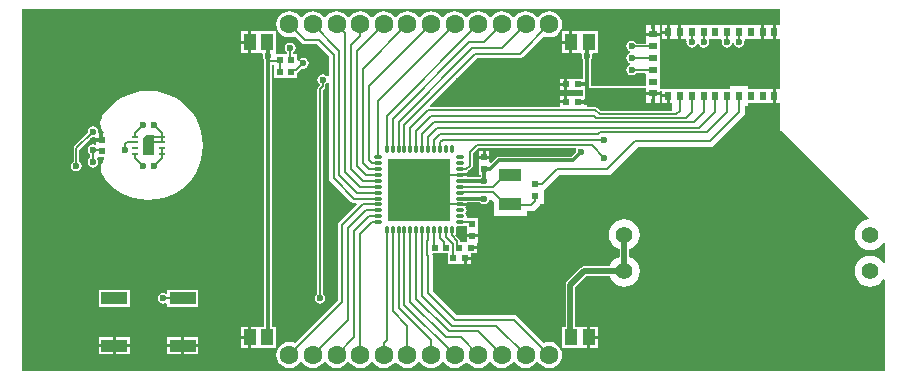
<source format=gtl>
G04 Layer_Physical_Order=1*
G04 Layer_Color=255*
%FSLAX25Y25*%
%MOIN*%
G70*
G01*
G75*
%ADD10R,0.03150X0.02362*%
%ADD11R,0.02362X0.03150*%
%ADD12R,0.04331X0.05512*%
%ADD13R,0.08661X0.03937*%
%ADD14R,0.02264X0.01969*%
%ADD15R,0.01969X0.02362*%
%ADD16R,0.02165X0.00984*%
%ADD17C,0.00787*%
%ADD18R,0.02362X0.02362*%
%ADD19R,0.07480X0.04331*%
%ADD20O,0.01181X0.02756*%
%ADD21O,0.02756X0.01181*%
%ADD22R,0.20866X0.20866*%
%ADD23R,0.02362X0.01969*%
%ADD24C,0.70079*%
%ADD25C,0.00591*%
%ADD26C,0.01969*%
%ADD27C,0.00984*%
%ADD28C,0.01181*%
%ADD29C,0.00787*%
%ADD30C,0.05512*%
%ADD31C,0.06299*%
%ADD32C,0.02362*%
%ADD33C,0.02598*%
G36*
X254724Y117124D02*
X253256D01*
Y114762D01*
Y112400D01*
X254724D01*
Y95865D01*
X253256D01*
Y93502D01*
Y91140D01*
X254724D01*
Y82282D01*
X284207Y52799D01*
X284046Y52326D01*
X283310Y52229D01*
X282065Y51713D01*
X280995Y50893D01*
X280175Y49824D01*
X279659Y48579D01*
X279483Y47243D01*
X279659Y45906D01*
X280175Y44661D01*
X280995Y43592D01*
X282065Y42772D01*
X283310Y42256D01*
X284646Y42080D01*
X285982Y42256D01*
X287227Y42772D01*
X288296Y43592D01*
X289032Y44552D01*
X289532Y44429D01*
Y37852D01*
X289032Y37729D01*
X288296Y38688D01*
X287227Y39509D01*
X285982Y40024D01*
X284646Y40200D01*
X283310Y40024D01*
X282065Y39509D01*
X280995Y38688D01*
X280175Y37619D01*
X279659Y36374D01*
X279483Y35038D01*
X279659Y33702D01*
X280175Y32457D01*
X280995Y31387D01*
X282065Y30567D01*
X283310Y30051D01*
X284646Y29875D01*
X285982Y30051D01*
X287227Y30567D01*
X288296Y31387D01*
X289032Y32347D01*
X289532Y32224D01*
Y1805D01*
X1806D01*
Y122601D01*
X254724D01*
Y117124D01*
D02*
G37*
%LPC*%
G36*
X191342Y16535D02*
Y13492D01*
X193795D01*
Y16535D01*
X191342D01*
D02*
G37*
G36*
X37796Y28738D02*
X27560D01*
Y23226D01*
X37796D01*
Y28738D01*
D02*
G37*
G36*
X60631Y12990D02*
X56013D01*
Y10734D01*
X60631D01*
Y12990D01*
D02*
G37*
G36*
X77350Y16535D02*
X74897D01*
Y13492D01*
X77350D01*
Y16535D01*
D02*
G37*
G36*
X60631Y28738D02*
X50394D01*
Y27729D01*
X49894Y27462D01*
X49609Y27653D01*
X48917Y27791D01*
X48226Y27653D01*
X47640Y27261D01*
X47249Y26676D01*
X47111Y25984D01*
X47249Y25293D01*
X47640Y24707D01*
X48226Y24315D01*
X48917Y24178D01*
X49609Y24315D01*
X49894Y24506D01*
X50394Y24239D01*
Y23226D01*
X60631D01*
Y28738D01*
D02*
G37*
G36*
X25591Y83301D02*
X24899Y83163D01*
X24313Y82772D01*
X23922Y82186D01*
X23784Y81494D01*
X23872Y81053D01*
X19440Y76621D01*
X19244Y76328D01*
X19176Y75983D01*
Y71703D01*
X18801Y71453D01*
X18410Y70867D01*
X18272Y70176D01*
X18410Y69484D01*
X18801Y68898D01*
X19387Y68507D01*
X20079Y68369D01*
X20770Y68507D01*
X21356Y68898D01*
X21748Y69484D01*
X21885Y70176D01*
X21748Y70867D01*
X21356Y71453D01*
X20982Y71703D01*
Y75609D01*
X25149Y79776D01*
X25591Y79688D01*
X26173Y79804D01*
X26673Y79532D01*
Y79437D01*
X27945D01*
Y80905D01*
X27674D01*
X27357Y81292D01*
X27397Y81494D01*
X27259Y82186D01*
X26868Y82772D01*
X26282Y83163D01*
X25591Y83301D01*
D02*
G37*
G36*
X44093Y95118D02*
X41724Y94962D01*
X39396Y94499D01*
X37148Y93736D01*
X35018Y92686D01*
X33044Y91367D01*
X31260Y89802D01*
X29694Y88017D01*
X28762Y86621D01*
X28752Y86628D01*
X28649Y86494D01*
X28525Y86193D01*
X28213Y85441D01*
X28064Y84311D01*
X28213Y83180D01*
X28649Y82126D01*
X29203Y81406D01*
X28967Y80905D01*
X28945D01*
Y78937D01*
X28445D01*
Y78437D01*
X26673D01*
Y77501D01*
X26532Y77378D01*
X26173Y77183D01*
X25591Y77298D01*
X24899Y77161D01*
X24313Y76769D01*
X23922Y76183D01*
X23784Y75492D01*
X23922Y74801D01*
X24313Y74215D01*
X24587Y74032D01*
Y72817D01*
X24313Y72634D01*
X23922Y72048D01*
X23784Y71357D01*
X23922Y70665D01*
X24313Y70079D01*
X24899Y69688D01*
X25591Y69550D01*
X26282Y69688D01*
X26868Y70079D01*
X27259Y70665D01*
X27397Y71357D01*
X27259Y72048D01*
X26936Y72531D01*
X27059Y72896D01*
X27158Y73032D01*
X29428D01*
Y72440D01*
X28784Y71601D01*
X28348Y70547D01*
X28199Y69417D01*
X28348Y68286D01*
X28688Y67465D01*
X28784Y67233D01*
X28934Y67037D01*
X28944Y67043D01*
X29694Y65920D01*
X31260Y64135D01*
X33044Y62570D01*
X35018Y61251D01*
X37148Y60201D01*
X39396Y59438D01*
X41724Y58975D01*
X44093Y58819D01*
X46462Y58975D01*
X48790Y59438D01*
X51038Y60201D01*
X53167Y61251D01*
X55141Y62570D01*
X56926Y64135D01*
X58492Y65920D01*
X59811Y67894D01*
X60861Y70023D01*
X61624Y72271D01*
X62087Y74600D01*
X62242Y76968D01*
X62087Y79337D01*
X61624Y81666D01*
X60861Y83914D01*
X59811Y86043D01*
X58492Y88017D01*
X56926Y89802D01*
X55141Y91367D01*
X53167Y92686D01*
X51038Y93736D01*
X48790Y94499D01*
X46462Y94962D01*
X44093Y95118D01*
D02*
G37*
G36*
X202756Y52405D02*
X201420Y52229D01*
X200175Y51713D01*
X199106Y50893D01*
X198285Y49824D01*
X197770Y48579D01*
X197594Y47243D01*
X197770Y45906D01*
X198285Y44661D01*
X199106Y43592D01*
X200175Y42772D01*
X201150Y42368D01*
Y39913D01*
X200175Y39509D01*
X199106Y38688D01*
X198285Y37619D01*
X197881Y36643D01*
X189265D01*
X189265Y36643D01*
X188651Y36521D01*
X188130Y36173D01*
X188130Y36173D01*
X183604Y31647D01*
X183256Y31126D01*
X183134Y30512D01*
X183134Y30512D01*
Y16535D01*
X181983D01*
Y9449D01*
X187389D01*
X187889Y9449D01*
X188389Y9449D01*
X190342D01*
Y12992D01*
Y16535D01*
X188389D01*
X187889Y16535D01*
X187389Y16535D01*
X186345D01*
Y29847D01*
X189930Y33432D01*
X197881D01*
X198285Y32457D01*
X199106Y31387D01*
X200175Y30567D01*
X201420Y30051D01*
X202756Y29875D01*
X204092Y30051D01*
X205337Y30567D01*
X206406Y31387D01*
X207227Y32457D01*
X207742Y33702D01*
X207918Y35038D01*
X207742Y36374D01*
X207227Y37619D01*
X206406Y38688D01*
X205337Y39509D01*
X204362Y39913D01*
Y42368D01*
X205337Y42772D01*
X206406Y43592D01*
X207227Y44661D01*
X207742Y45906D01*
X207918Y47243D01*
X207742Y48579D01*
X207227Y49824D01*
X206406Y50893D01*
X205337Y51713D01*
X204092Y52229D01*
X202756Y52405D01*
D02*
G37*
G36*
X151669Y38870D02*
X150200D01*
Y37598D01*
X151669D01*
Y38870D01*
D02*
G37*
G36*
X55013Y9734D02*
X50394D01*
Y7478D01*
X55013D01*
Y9734D01*
D02*
G37*
G36*
X60631D02*
X56013D01*
Y7478D01*
X60631D01*
Y9734D01*
D02*
G37*
G36*
X32178D02*
X27560D01*
Y7478D01*
X32178D01*
Y9734D01*
D02*
G37*
G36*
X37796D02*
X33178D01*
Y7478D01*
X37796D01*
Y9734D01*
D02*
G37*
G36*
X77350Y12492D02*
X74897D01*
Y9449D01*
X77350D01*
Y12492D01*
D02*
G37*
G36*
X37796Y12990D02*
X33178D01*
Y10734D01*
X37796D01*
Y12990D01*
D02*
G37*
G36*
X55013D02*
X50394D01*
Y10734D01*
X55013D01*
Y12990D01*
D02*
G37*
G36*
X193795Y12492D02*
X191342D01*
Y9449D01*
X193795D01*
Y12492D01*
D02*
G37*
G36*
X32178Y12990D02*
X27560D01*
Y10734D01*
X32178D01*
Y12990D01*
D02*
G37*
G36*
X77350Y114961D02*
X74897D01*
Y111917D01*
X77350D01*
Y114961D01*
D02*
G37*
G36*
X219291Y117124D02*
X218791Y117124D01*
X217823D01*
Y114762D01*
Y112400D01*
X218791D01*
X219291Y112400D01*
X219791Y112400D01*
X220760D01*
Y114762D01*
Y117124D01*
X219791D01*
X219291Y117124D01*
D02*
G37*
G36*
X184436Y114961D02*
X181983D01*
Y111917D01*
X184436D01*
Y114961D01*
D02*
G37*
G36*
Y110917D02*
X181983D01*
Y107874D01*
X184436D01*
Y110917D01*
D02*
G37*
G36*
X77350Y110917D02*
X74897D01*
Y107874D01*
X77350D01*
Y110917D01*
D02*
G37*
G36*
X216823Y114262D02*
X215354D01*
Y112400D01*
X216823D01*
Y114262D01*
D02*
G37*
G36*
X250787Y117124D02*
X250287Y117124D01*
X249319D01*
Y114762D01*
Y112400D01*
X250287D01*
X250787Y112400D01*
X251287Y112400D01*
X252256D01*
Y114762D01*
Y117124D01*
X251287D01*
X250787Y117124D01*
D02*
G37*
G36*
X177653Y121691D02*
X176522Y121542D01*
X175469Y121106D01*
X174564Y120412D01*
X174020Y119702D01*
X173947Y119671D01*
X173485D01*
X173412Y119702D01*
X172867Y120412D01*
X171963Y121106D01*
X170909Y121542D01*
X169779Y121691D01*
X168648Y121542D01*
X167595Y121106D01*
X166690Y120412D01*
X166146Y119702D01*
X166073Y119671D01*
X165611D01*
X165538Y119702D01*
X164993Y120412D01*
X164089Y121106D01*
X163035Y121542D01*
X161905Y121691D01*
X160774Y121542D01*
X159721Y121106D01*
X158816Y120412D01*
X158272Y119702D01*
X158199Y119671D01*
X157737D01*
X157664Y119702D01*
X157119Y120412D01*
X156215Y121106D01*
X155161Y121542D01*
X154031Y121691D01*
X152900Y121542D01*
X151847Y121106D01*
X150942Y120412D01*
X150398Y119702D01*
X150325Y119671D01*
X149863D01*
X149790Y119702D01*
X149245Y120412D01*
X148341Y121106D01*
X147287Y121542D01*
X146157Y121691D01*
X145026Y121542D01*
X143973Y121106D01*
X143068Y120412D01*
X142524Y119702D01*
X142451Y119671D01*
X141989D01*
X141916Y119702D01*
X141371Y120412D01*
X140467Y121106D01*
X139413Y121542D01*
X138283Y121691D01*
X137152Y121542D01*
X136099Y121106D01*
X135194Y120412D01*
X134650Y119702D01*
X134577Y119671D01*
X134115D01*
X134042Y119702D01*
X133497Y120412D01*
X132593Y121106D01*
X131539Y121542D01*
X130409Y121691D01*
X129278Y121542D01*
X128225Y121106D01*
X127320Y120412D01*
X126776Y119702D01*
X126703Y119671D01*
X126241D01*
X126168Y119702D01*
X125623Y120412D01*
X124719Y121106D01*
X123665Y121542D01*
X122535Y121691D01*
X121404Y121542D01*
X120351Y121106D01*
X119446Y120412D01*
X118902Y119702D01*
X118829Y119671D01*
X118367D01*
X118294Y119702D01*
X117749Y120412D01*
X116845Y121106D01*
X115791Y121542D01*
X114661Y121691D01*
X113530Y121542D01*
X112477Y121106D01*
X111572Y120412D01*
X111028Y119702D01*
X110955Y119671D01*
X110493D01*
X110420Y119702D01*
X109875Y120412D01*
X108971Y121106D01*
X107917Y121542D01*
X106787Y121691D01*
X105656Y121542D01*
X104603Y121106D01*
X103698Y120412D01*
X103154Y119702D01*
X103081Y119671D01*
X102619D01*
X102546Y119702D01*
X102001Y120412D01*
X101097Y121106D01*
X100043Y121542D01*
X98913Y121691D01*
X97782Y121542D01*
X96729Y121106D01*
X95824Y120412D01*
X95280Y119702D01*
X95207Y119671D01*
X94744D01*
X94672Y119702D01*
X94127Y120412D01*
X93223Y121106D01*
X92169Y121542D01*
X91039Y121691D01*
X89908Y121542D01*
X88854Y121106D01*
X87950Y120412D01*
X87256Y119507D01*
X86819Y118453D01*
X86671Y117323D01*
X86819Y116192D01*
X87256Y115139D01*
X87950Y114234D01*
X88854Y113540D01*
X89908Y113104D01*
X91039Y112955D01*
X92169Y113104D01*
X92848Y113385D01*
X95094Y111139D01*
X95582Y110812D01*
X96158Y110698D01*
X100164D01*
X104297Y106565D01*
Y99998D01*
X104212Y99936D01*
X103533Y100053D01*
X103438Y100195D01*
X102852Y100586D01*
X102161Y100724D01*
X101469Y100586D01*
X100883Y100195D01*
X100492Y99609D01*
X100354Y98917D01*
X100492Y98226D01*
X100883Y97640D01*
X101135Y97472D01*
X101171Y96936D01*
X100641Y96406D01*
X100445Y96113D01*
X100376Y95768D01*
Y27512D01*
X100002Y27261D01*
X99611Y26676D01*
X99473Y25984D01*
X99611Y25293D01*
X100002Y24707D01*
X100588Y24315D01*
X101279Y24178D01*
X101971Y24315D01*
X102557Y24707D01*
X102948Y25293D01*
X103086Y25984D01*
X102948Y26676D01*
X102557Y27261D01*
X102183Y27512D01*
Y95394D01*
X102799Y96010D01*
X102995Y96303D01*
X103064Y96649D01*
Y97390D01*
X103438Y97640D01*
X103533Y97782D01*
X104212Y97899D01*
X104297Y97837D01*
Y66142D01*
X104412Y65566D01*
X104738Y65077D01*
X111628Y58188D01*
X112116Y57861D01*
X112692Y57747D01*
X113326D01*
X113517Y57285D01*
X107691Y51458D01*
X107364Y50970D01*
X107250Y50394D01*
Y25427D01*
X92848Y11025D01*
X92169Y11306D01*
X91039Y11455D01*
X89908Y11306D01*
X88854Y10870D01*
X87950Y10175D01*
X87256Y9271D01*
X86819Y8217D01*
X86671Y7087D01*
X86819Y5956D01*
X87256Y4903D01*
X87950Y3998D01*
X88854Y3304D01*
X89908Y2867D01*
X91039Y2719D01*
X92169Y2867D01*
X93223Y3304D01*
X94127Y3998D01*
X94672Y4707D01*
X94744Y4738D01*
X95207D01*
X95280Y4707D01*
X95824Y3998D01*
X96729Y3304D01*
X97782Y2867D01*
X98913Y2719D01*
X100043Y2867D01*
X101097Y3304D01*
X102001Y3998D01*
X102546Y4707D01*
X102619Y4738D01*
X103081D01*
X103154Y4707D01*
X103698Y3998D01*
X104603Y3304D01*
X105656Y2867D01*
X106787Y2719D01*
X107917Y2867D01*
X108971Y3304D01*
X109875Y3998D01*
X110420Y4707D01*
X110493Y4738D01*
X110955D01*
X111028Y4707D01*
X111572Y3998D01*
X112477Y3304D01*
X113530Y2867D01*
X114661Y2719D01*
X115791Y2867D01*
X116845Y3304D01*
X117749Y3998D01*
X118294Y4707D01*
X118367Y4738D01*
X118829D01*
X118902Y4707D01*
X119446Y3998D01*
X120351Y3304D01*
X121404Y2867D01*
X122535Y2719D01*
X123665Y2867D01*
X124719Y3304D01*
X125623Y3998D01*
X126168Y4707D01*
X126241Y4738D01*
X126703D01*
X126776Y4707D01*
X127320Y3998D01*
X128225Y3304D01*
X129278Y2867D01*
X130409Y2719D01*
X131539Y2867D01*
X132593Y3304D01*
X133497Y3998D01*
X134042Y4707D01*
X134115Y4738D01*
X134577D01*
X134650Y4707D01*
X135194Y3998D01*
X136099Y3304D01*
X137152Y2867D01*
X138283Y2719D01*
X139413Y2867D01*
X140467Y3304D01*
X141371Y3998D01*
X141916Y4707D01*
X141989Y4738D01*
X142451D01*
X142524Y4707D01*
X143068Y3998D01*
X143973Y3304D01*
X145026Y2867D01*
X146157Y2719D01*
X147287Y2867D01*
X148341Y3304D01*
X149245Y3998D01*
X149790Y4707D01*
X149863Y4738D01*
X150325D01*
X150398Y4707D01*
X150942Y3998D01*
X151847Y3304D01*
X152900Y2867D01*
X154031Y2719D01*
X155161Y2867D01*
X156215Y3304D01*
X157119Y3998D01*
X157664Y4707D01*
X157737Y4738D01*
X158199D01*
X158272Y4707D01*
X158816Y3998D01*
X159721Y3304D01*
X160774Y2867D01*
X161905Y2719D01*
X163035Y2867D01*
X164089Y3304D01*
X164993Y3998D01*
X165538Y4707D01*
X165611Y4738D01*
X166073D01*
X166146Y4707D01*
X166690Y3998D01*
X167595Y3304D01*
X168648Y2867D01*
X169779Y2719D01*
X170909Y2867D01*
X171963Y3304D01*
X172867Y3998D01*
X173412Y4707D01*
X173485Y4738D01*
X173947D01*
X174020Y4707D01*
X174564Y3998D01*
X175469Y3304D01*
X176522Y2867D01*
X177653Y2719D01*
X178783Y2867D01*
X179837Y3304D01*
X180742Y3998D01*
X181436Y4903D01*
X181872Y5956D01*
X182021Y7087D01*
X181872Y8217D01*
X181436Y9271D01*
X180742Y10175D01*
X179837Y10870D01*
X178783Y11306D01*
X177653Y11455D01*
X176522Y11306D01*
X175844Y11025D01*
X166906Y19962D01*
X166418Y20288D01*
X165842Y20403D01*
X146780D01*
X138804Y28379D01*
Y40059D01*
X138689Y40635D01*
X138685Y40642D01*
X138952Y41142D01*
X140932D01*
X141432Y41142D01*
Y41142D01*
X141432D01*
Y41142D01*
X143795D01*
Y37598D01*
X147231D01*
X147731Y37598D01*
X148231Y37598D01*
X149200D01*
Y39370D01*
X149700D01*
Y39870D01*
X151669D01*
X151669Y41142D01*
X152169Y41142D01*
X153637D01*
Y42413D01*
X151669D01*
Y43413D01*
X153637D01*
Y44463D01*
X153834Y44882D01*
X153834Y45103D01*
Y46350D01*
X150291D01*
X150291Y44882D01*
X149872Y44685D01*
X149200Y44685D01*
X147946D01*
Y45177D01*
X147877Y45523D01*
X147681Y45816D01*
X146362Y47135D01*
X146470Y47297D01*
X146577Y47835D01*
Y49409D01*
X146559Y49503D01*
X146557Y49596D01*
X146954Y49993D01*
X147047Y49992D01*
X147141Y49973D01*
X148716D01*
X149253Y50080D01*
X149709Y50384D01*
X150190Y50222D01*
X150291Y50121D01*
X150291Y48819D01*
X150291Y48319D01*
Y47350D01*
X153834D01*
Y48319D01*
X153834Y48819D01*
X153834Y49319D01*
Y52756D01*
X150513D01*
X150086Y53171D01*
X150121Y53347D01*
X150014Y53884D01*
X149715Y54331D01*
X150014Y54777D01*
X150121Y55315D01*
X150014Y55853D01*
X149715Y56299D01*
X150014Y56746D01*
X150021Y56783D01*
X147928D01*
Y57783D01*
X150233D01*
X150418Y58048D01*
X154673D01*
X154722Y57975D01*
X155308Y57583D01*
X155999Y57446D01*
X156691Y57583D01*
X157276Y57975D01*
X157668Y58561D01*
X157711Y58774D01*
X158253Y58939D01*
X159149Y58043D01*
Y53347D01*
X170172D01*
Y54979D01*
X171653D01*
X172460Y55140D01*
X173144Y55597D01*
X174522Y56974D01*
X174728Y57284D01*
X175787D01*
Y62164D01*
X176102Y62226D01*
X176785Y62683D01*
X181089Y66987D01*
X197049D01*
X197855Y67147D01*
X198539Y67604D01*
X207271Y76336D01*
X231201D01*
X232007Y76496D01*
X232691Y76953D01*
X242435Y86697D01*
X242892Y87381D01*
X243052Y88187D01*
Y90156D01*
X243898D01*
Y91140D01*
X250287D01*
X250787Y91140D01*
X251287Y91140D01*
X252256D01*
Y93502D01*
Y95865D01*
X251287D01*
X250787Y95865D01*
X250287Y95865D01*
X243898D01*
Y96849D01*
X237992D01*
Y95865D01*
X235039D01*
Y95865D01*
X235039D01*
Y95865D01*
X231102D01*
Y95865D01*
X231102D01*
Y95865D01*
X223228D01*
Y95865D01*
X223228D01*
Y95865D01*
X219291D01*
Y95865D01*
X219291D01*
Y95865D01*
X215354D01*
Y95718D01*
X214567D01*
Y99695D01*
X214567Y100195D01*
X214567Y100695D01*
Y103632D01*
X214567Y104132D01*
X214567Y104632D01*
Y107569D01*
X214567Y108069D01*
X214567Y108569D01*
Y112006D01*
Y113475D01*
X209842D01*
Y110941D01*
X206650D01*
X206400Y111315D01*
X205814Y111707D01*
X205123Y111844D01*
X204432Y111707D01*
X203846Y111315D01*
X203454Y110729D01*
X203316Y110038D01*
X203454Y109347D01*
X203846Y108760D01*
X204432Y108369D01*
X204657Y108324D01*
Y107814D01*
X204432Y107770D01*
X203846Y107378D01*
X203454Y106792D01*
X203316Y106101D01*
X203454Y105410D01*
X203846Y104824D01*
X204432Y104432D01*
X204657Y104387D01*
Y103877D01*
X204432Y103833D01*
X203846Y103441D01*
X203454Y102855D01*
X203316Y102164D01*
X203454Y101472D01*
X203846Y100886D01*
X204432Y100495D01*
X205123Y100357D01*
X205814Y100495D01*
X206400Y100886D01*
X206650Y101261D01*
X209489D01*
X209842Y100907D01*
X209842Y100195D01*
X209842Y99695D01*
Y97252D01*
X209488Y96899D01*
X209345Y96899D01*
X209344Y96899D01*
X209343Y96899D01*
X191599D01*
X191455Y97042D01*
Y105367D01*
X191528Y105416D01*
X191920Y106002D01*
X192058Y106693D01*
X191922Y107374D01*
X191904Y107465D01*
X192188Y107874D01*
X193795D01*
Y114961D01*
X188389D01*
X187889Y114961D01*
X187389Y114961D01*
X185436D01*
Y111417D01*
Y107874D01*
X187389D01*
X187889Y107874D01*
X188314Y107874D01*
X188598Y107465D01*
X188580Y107374D01*
X188445Y106693D01*
X188582Y106002D01*
X188974Y105416D01*
X189047Y105367D01*
Y99114D01*
X185638D01*
X185335Y99114D01*
X184835Y99114D01*
X183719D01*
Y97342D01*
Y95571D01*
X184835D01*
X185138Y95571D01*
X185638Y95571D01*
X189047D01*
Y93307D01*
X185638D01*
X185335Y93307D01*
X184835Y93307D01*
X183719D01*
Y91535D01*
X183219D01*
Y91035D01*
X181299D01*
X181299Y89764D01*
X180833Y89683D01*
X138031D01*
X137840Y90145D01*
X153670Y105975D01*
X167810D01*
X168386Y106090D01*
X168875Y106416D01*
X175844Y113385D01*
X176522Y113104D01*
X177653Y112955D01*
X178783Y113104D01*
X179837Y113540D01*
X180742Y114234D01*
X181436Y115139D01*
X181872Y116192D01*
X182021Y117323D01*
X181872Y118453D01*
X181436Y119507D01*
X180742Y120412D01*
X179837Y121106D01*
X178783Y121542D01*
X177653Y121691D01*
D02*
G37*
G36*
X235039Y117124D02*
X234539Y117124D01*
X231602D01*
X231102Y117124D01*
X230602Y117124D01*
X223728D01*
X223228Y117124D01*
X222728Y117124D01*
X221760D01*
Y114762D01*
Y112400D01*
X223119D01*
X223244Y112312D01*
X223314Y112234D01*
X223486Y111900D01*
X223391Y111421D01*
X223528Y110729D01*
X223920Y110143D01*
X224506Y109752D01*
X225197Y109614D01*
X225888Y109752D01*
X226474Y110143D01*
X226866Y110729D01*
X226910Y110954D01*
X227420D01*
X227465Y110729D01*
X227857Y110143D01*
X228443Y109752D01*
X229134Y109614D01*
X229825Y109752D01*
X230411Y110143D01*
X230803Y110729D01*
X230940Y111421D01*
X230845Y111900D01*
X231017Y112234D01*
X231087Y112312D01*
X231211Y112400D01*
X231602Y112400D01*
X234930Y112400D01*
X235055Y112312D01*
X235125Y112234D01*
X235297Y111900D01*
X235202Y111421D01*
X235339Y110729D01*
X235731Y110143D01*
X236317Y109752D01*
X237008Y109614D01*
X237699Y109752D01*
X238285Y110143D01*
X238677Y110729D01*
X238721Y110954D01*
X239231D01*
X239276Y110729D01*
X239668Y110143D01*
X240254Y109752D01*
X240945Y109614D01*
X241636Y109752D01*
X242222Y110143D01*
X242614Y110729D01*
X242751Y111421D01*
X242656Y111900D01*
X242828Y112234D01*
X242898Y112312D01*
X243022Y112400D01*
X243413Y112400D01*
X248319D01*
Y114762D01*
Y117124D01*
X243413D01*
X242913Y117124D01*
X242413Y117124D01*
X239476D01*
X238976Y117124D01*
X238476Y117124D01*
X235539D01*
X235039Y117124D01*
D02*
G37*
G36*
X216823Y117124D02*
X215354D01*
Y115262D01*
X216823D01*
Y117124D01*
D02*
G37*
G36*
X214559Y117128D02*
X212697D01*
Y115943D01*
X211713D01*
Y117128D01*
X209850D01*
Y115943D01*
X209842D01*
Y114475D01*
X214567D01*
Y115943D01*
X214559D01*
Y117128D01*
D02*
G37*
G36*
X182719Y96842D02*
X181299D01*
Y95571D01*
X182719D01*
Y96842D01*
D02*
G37*
G36*
X182719Y93307D02*
X181299D01*
Y92035D01*
X182719D01*
Y93307D01*
D02*
G37*
G36*
X80802Y114961D02*
X80302Y114961D01*
X78350D01*
Y111417D01*
Y107874D01*
X80302D01*
X80802Y107874D01*
X81302Y107874D01*
X82015D01*
X82299Y107465D01*
X82281Y107374D01*
X82146Y106693D01*
X82283Y106002D01*
X82675Y105416D01*
X82748Y105367D01*
Y16889D01*
X82394Y16535D01*
X80802Y16535D01*
X80302Y16535D01*
X78350D01*
Y12992D01*
Y9449D01*
X80302D01*
X80802Y9449D01*
X81302Y9449D01*
X86708D01*
Y16535D01*
X85156D01*
Y104215D01*
X85473D01*
X85827Y103861D01*
Y103543D01*
X85827D01*
Y103543D01*
X85827D01*
Y99606D01*
X89264D01*
X89764Y99606D01*
X90264Y99606D01*
X93701D01*
Y101125D01*
X93746Y101134D01*
X94039Y101330D01*
X95322Y102612D01*
X95763Y102524D01*
X96454Y102662D01*
X97040Y103053D01*
X97432Y103639D01*
X97569Y104331D01*
X97432Y105022D01*
X97040Y105608D01*
X96454Y106000D01*
X95763Y106137D01*
X95072Y106000D01*
X94486Y105608D01*
X94201Y105182D01*
X93701Y105333D01*
Y107480D01*
X92391D01*
X92330Y107980D01*
X92616Y108171D01*
X93007Y108758D01*
X93145Y109449D01*
X93007Y110140D01*
X92616Y110726D01*
X92030Y111118D01*
X91339Y111255D01*
X90647Y111118D01*
X90061Y110726D01*
X89670Y110140D01*
X89532Y109449D01*
X89670Y108758D01*
X90061Y108171D01*
X90347Y107980D01*
X90286Y107480D01*
X89764Y107480D01*
X89264Y107480D01*
X86964D01*
X86708Y107874D01*
Y114961D01*
X81302D01*
X80802Y114961D01*
D02*
G37*
G36*
X182719Y99114D02*
X181299D01*
Y97843D01*
X182719D01*
Y99114D01*
D02*
G37*
%LPD*%
G36*
X46061Y73622D02*
X42124D01*
Y79134D01*
X43306Y80315D01*
X46061D01*
Y73622D01*
D02*
G37*
G36*
X191334Y96260D02*
X209343D01*
X209842Y96258D01*
Y94790D01*
X214567D01*
Y95079D01*
X215354D01*
Y94002D01*
X217323D01*
Y93502D01*
X217823D01*
Y91140D01*
X218602D01*
Y88303D01*
X194862D01*
X193747Y89418D01*
X193454Y89614D01*
X193109Y89683D01*
X190531D01*
X190180Y90038D01*
X190245Y96697D01*
X190708Y96886D01*
X191334Y96260D01*
D02*
G37*
G36*
X186705Y75624D02*
X186618Y75494D01*
X186481Y74803D01*
X186498Y74717D01*
X185033Y73251D01*
X160921D01*
X160921Y73251D01*
X160460Y73160D01*
X160069Y72899D01*
X158271Y71101D01*
X157771Y71308D01*
X157771Y71563D01*
Y72532D01*
X155999D01*
X154228D01*
Y71563D01*
X154227Y71063D01*
X154228Y70563D01*
Y67126D01*
X154795D01*
Y66484D01*
X154722Y66435D01*
X154673Y66362D01*
X150418D01*
X150233Y66626D01*
X147928D01*
Y67626D01*
X150021D01*
X150014Y67664D01*
X149995Y67691D01*
X150030Y67867D01*
X150243Y68221D01*
X150439Y68260D01*
X150732Y68456D01*
X151918Y69642D01*
X152114Y69935D01*
X152183Y70280D01*
Y74429D01*
X153819Y76065D01*
X186470D01*
X186705Y75624D01*
D02*
G37*
%LPC*%
G36*
X214567Y93790D02*
X209842D01*
Y91140D01*
X211705D01*
Y92321D01*
X212697D01*
Y91140D01*
X214559D01*
Y92321D01*
X214567D01*
Y93790D01*
D02*
G37*
G36*
X216823Y93002D02*
X215354D01*
Y91140D01*
X216823D01*
Y93002D01*
D02*
G37*
G36*
X157771Y75000D02*
X156499D01*
Y73532D01*
X157771D01*
Y75000D01*
D02*
G37*
G36*
X155499D02*
X154228D01*
Y73532D01*
X155499D01*
Y75000D01*
D02*
G37*
%LPD*%
D10*
X212205Y94290D02*
D03*
Y98227D02*
D03*
Y102164D02*
D03*
Y106101D02*
D03*
Y110038D02*
D03*
Y113975D02*
D03*
D11*
X252756Y93502D02*
D03*
X248819D02*
D03*
X244882D02*
D03*
X240945D02*
D03*
X237008D02*
D03*
X233071D02*
D03*
X229134D02*
D03*
X225197D02*
D03*
X221260D02*
D03*
X217323D02*
D03*
Y114762D02*
D03*
X221260D02*
D03*
X225197D02*
D03*
X229134D02*
D03*
X233071D02*
D03*
X252756D02*
D03*
X248819D02*
D03*
X244882D02*
D03*
X240945D02*
D03*
X237008D02*
D03*
D12*
X190842Y12992D02*
D03*
X184936D02*
D03*
X77850Y12992D02*
D03*
X83755D02*
D03*
X184936Y111417D02*
D03*
X190842D02*
D03*
X77850D02*
D03*
X83755D02*
D03*
D13*
X55513Y25982D02*
D03*
X32678D02*
D03*
Y10234D02*
D03*
X55513D02*
D03*
D14*
X187254Y91535D02*
D03*
X183219D02*
D03*
X187254Y97342D02*
D03*
X183219D02*
D03*
D15*
X173031Y64173D02*
D03*
Y60236D02*
D03*
X28445Y75000D02*
D03*
Y78937D02*
D03*
X155999Y69095D02*
D03*
Y73032D02*
D03*
X152062Y50787D02*
D03*
Y46850D02*
D03*
D16*
X48719Y79921D02*
D03*
Y77953D02*
D03*
Y75984D02*
D03*
Y74016D02*
D03*
X39467D02*
D03*
Y75984D02*
D03*
Y79921D02*
D03*
Y77953D02*
D03*
D17*
X44093Y76968D02*
D03*
D18*
X91732Y101575D02*
D03*
X87795D02*
D03*
X91732Y105512D02*
D03*
X87795D02*
D03*
D19*
X164661Y67126D02*
D03*
Y57284D02*
D03*
D20*
X123519Y48622D02*
D03*
X125487D02*
D03*
X127456D02*
D03*
X129424D02*
D03*
X131393D02*
D03*
X133361D02*
D03*
X135330D02*
D03*
X137298D02*
D03*
X139267D02*
D03*
X141235D02*
D03*
X143204D02*
D03*
X145173D02*
D03*
Y75787D02*
D03*
X143204D02*
D03*
X141235D02*
D03*
X139267D02*
D03*
X137298D02*
D03*
X135330D02*
D03*
X133361D02*
D03*
X131393D02*
D03*
X129424D02*
D03*
X127456D02*
D03*
X125487D02*
D03*
X123519D02*
D03*
D21*
X147928Y51378D02*
D03*
Y53347D02*
D03*
Y55315D02*
D03*
Y57284D02*
D03*
Y59252D02*
D03*
Y61221D02*
D03*
Y63189D02*
D03*
Y65158D02*
D03*
Y67126D02*
D03*
Y69095D02*
D03*
Y71063D02*
D03*
Y73032D02*
D03*
X120763D02*
D03*
Y71063D02*
D03*
Y69095D02*
D03*
Y67126D02*
D03*
Y65158D02*
D03*
Y63189D02*
D03*
Y61221D02*
D03*
Y59252D02*
D03*
Y57284D02*
D03*
Y55315D02*
D03*
Y53347D02*
D03*
Y51378D02*
D03*
D22*
X134346Y62205D02*
D03*
D23*
X147731Y42913D02*
D03*
X151669D02*
D03*
X145763Y39370D02*
D03*
X149700D02*
D03*
X143401Y42913D02*
D03*
X139464D02*
D03*
D24*
X243701Y41337D02*
D03*
D25*
X153445Y76968D02*
X191929D01*
X196063Y72835D01*
X221260Y88583D02*
Y93502D01*
X220077Y87400D02*
X221260Y88583D01*
X194488Y87400D02*
X220077D01*
X87402Y105118D02*
X87795Y105512D01*
X83952Y105118D02*
X87402D01*
X87795Y101575D02*
Y105512D01*
X92126Y101969D02*
X93401D01*
X91732Y101575D02*
X92126Y101969D01*
X93401D02*
X95763Y104331D01*
X91339Y106299D02*
X91732Y105905D01*
X91339Y106299D02*
Y109449D01*
X90551D02*
X91339D01*
X83952Y106693D02*
Y107283D01*
X101279Y25984D02*
Y95768D01*
X102161Y96649D01*
Y98917D01*
X36319Y75490D02*
Y77361D01*
X36911Y77953D01*
X39467D01*
X206398Y78443D02*
X231201D01*
X197049Y69095D02*
X206398Y78443D01*
X180217Y69095D02*
X197049D01*
X91039Y117323D02*
X96158Y112203D01*
X100787D01*
X105802Y107188D01*
Y66142D02*
Y107188D01*
X193109Y88779D02*
X194488Y87400D01*
X137298Y88779D02*
X193109D01*
X193307Y86219D02*
X223228D01*
X192715Y86811D02*
X193307Y86219D01*
X138283Y86811D02*
X192715D01*
X20079Y75983D02*
X25591Y81494D01*
X142220Y78937D02*
X195866D01*
X141235Y77953D02*
X142220Y78937D01*
X195866D02*
X196063Y78740D01*
X240945Y88187D02*
Y93502D01*
X231201Y78443D02*
X240945Y88187D01*
X233071Y88187D02*
Y93502D01*
X227758Y82874D02*
X233071Y88187D01*
X140251Y82874D02*
X227758D01*
X229134Y88187D02*
Y93502D01*
X225789Y84842D02*
X229134Y88187D01*
X139267Y84842D02*
X225789D01*
X237008Y88187D02*
Y93502D01*
X230315Y81494D02*
X237008Y88187D01*
X194488Y81494D02*
X230315D01*
X223228Y86219D02*
X225197Y88187D01*
X193801Y80807D02*
X194488Y81494D01*
X141137Y80807D02*
X193801D01*
X139267Y78937D02*
X141137Y80807D01*
X225197Y88187D02*
Y93502D01*
X130409Y7087D02*
Y16929D01*
X125487Y21850D02*
X130409Y16929D01*
X125487Y21850D02*
Y48622D01*
X138283Y7087D02*
Y12008D01*
X127456Y22835D02*
X138283Y12008D01*
X127456Y22835D02*
Y48622D01*
X147928Y69095D02*
X150094D01*
X139267Y75787D02*
Y78937D01*
X137298Y79921D02*
X140251Y82874D01*
X137298Y75787D02*
Y79921D01*
X135330Y80905D02*
X139267Y84842D01*
X135330Y75787D02*
Y80905D01*
X133361Y81890D02*
X138283Y86811D01*
X133361Y75787D02*
Y81890D01*
X131393Y82874D02*
X137298Y88779D01*
X131393Y75787D02*
Y82874D01*
X141235Y75787D02*
Y77953D01*
X164661Y57284D02*
X164857Y57087D01*
X147928Y61319D02*
X158854D01*
X162889Y57284D02*
X164661D01*
X158854Y61319D02*
X162889Y57284D01*
X147928Y61221D02*
Y61319D01*
Y63091D02*
X158854D01*
X162889Y67126D02*
X164661D01*
X158854Y63091D02*
X162889Y67126D01*
X147928Y63091D02*
Y63189D01*
X118598Y51378D02*
X120763D01*
X114759Y47539D02*
X118598Y51378D01*
X114759Y7185D02*
Y47539D01*
X117613Y53347D02*
X120763D01*
X112692Y48425D02*
X117613Y53347D01*
X112692Y12992D02*
Y48425D01*
X116629Y55315D02*
X120763D01*
X110724Y49409D02*
X116629Y55315D01*
X110724Y18898D02*
Y49409D01*
X115645Y57284D02*
X120763D01*
X108755Y50394D02*
X115645Y57284D01*
X108755Y24803D02*
Y50394D01*
X115645Y71063D02*
X117613Y69095D01*
X115645Y71063D02*
Y102559D01*
X117613Y69095D02*
X120763D01*
X136806Y40551D02*
Y45079D01*
Y40551D02*
X137298Y40059D01*
Y27756D02*
Y40059D01*
Y27756D02*
X146157Y18898D01*
X117613Y96653D02*
X138283Y117323D01*
X117613Y72047D02*
Y96653D01*
Y72047D02*
X118598Y71063D01*
X115645Y102559D02*
X130409Y117323D01*
X113676Y108465D02*
X122535Y117323D01*
X113676Y70079D02*
Y108465D01*
Y70079D02*
X116629Y67126D01*
X111708Y110433D02*
X114661Y113386D01*
X111708Y69095D02*
Y110433D01*
Y69095D02*
X115645Y65158D01*
X106787Y117323D02*
X109739Y114370D01*
Y68110D02*
Y114370D01*
Y68110D02*
X114661Y63189D01*
X98913Y117323D02*
X107771Y108465D01*
Y67126D02*
Y108465D01*
Y67126D02*
X113676Y61221D01*
X105802Y66142D02*
X112692Y59252D01*
X120763D01*
X113676Y61221D02*
X120763D01*
X114661Y63189D02*
X120763D01*
X115645Y65158D02*
X120763D01*
X116629Y67126D02*
X120763D01*
X146157Y18898D02*
X165842D01*
X145173Y16929D02*
X159936D01*
X135330Y26772D02*
X145173Y16929D01*
X135330Y26772D02*
Y48622D01*
X144188Y14961D02*
X154031D01*
X133361Y25787D02*
X144188Y14961D01*
X133361Y25787D02*
Y48622D01*
X143204Y12992D02*
X148125D01*
X131393Y24803D02*
X143204Y12992D01*
X131393Y24803D02*
Y48622D01*
X123519Y12008D02*
Y48622D01*
X122535Y11024D02*
X123519Y12008D01*
X122535Y7087D02*
Y11024D01*
X98913Y7087D02*
X110724Y18898D01*
X91039Y7087D02*
X108755Y24803D01*
X106787Y7087D02*
X112692Y12992D01*
X155999Y111417D02*
X161905Y117323D01*
X151078Y111417D02*
X155999D01*
X125487Y85827D02*
X151078Y111417D01*
X161905Y109449D02*
X169779Y117323D01*
X152062Y109449D02*
X161905D01*
X127456Y84842D02*
X152062Y109449D01*
X167810Y107480D02*
X177653Y117323D01*
X153047Y107480D02*
X167810D01*
X129424Y83858D02*
X153047Y107480D01*
X129424Y75787D02*
Y83858D01*
X127456Y75787D02*
Y84842D01*
X125487Y75787D02*
Y85827D01*
X114661Y113386D02*
Y117323D01*
X148125Y12992D02*
X154031Y7087D01*
X154031Y14961D02*
X161905Y7087D01*
X159936Y16929D02*
X169779Y7087D01*
X165842Y18898D02*
X177653Y7087D01*
X129424Y23819D02*
X146157Y7087D01*
X129424Y23819D02*
Y48622D01*
X114661Y7087D02*
X114759Y7185D01*
X136806Y45079D02*
X137298Y45571D01*
Y48622D01*
X123519Y86811D02*
X154031Y117323D01*
X123519Y75787D02*
Y86811D01*
X118598Y71063D02*
X120763D01*
Y73032D02*
Y91929D01*
X146157Y117323D01*
X134346Y62205D02*
X139267Y67126D01*
X134346Y62205D02*
X139267Y57284D01*
X134346Y62205D02*
X136708Y64567D01*
X139267Y67126D01*
X143204Y71063D01*
Y46528D02*
Y48622D01*
X147928Y51378D02*
X151472D01*
X152062Y50787D01*
X151669Y42913D02*
X152062Y43307D01*
X139267Y57284D02*
X147928D01*
X139267Y67126D02*
X147928D01*
X151669Y42913D02*
X151964Y42618D01*
X149700Y39370D02*
X149822Y39248D01*
X145173Y47047D02*
Y48622D01*
X145468Y39665D02*
Y44265D01*
X143204Y46528D02*
X145468Y44265D01*
X145173Y47047D02*
X147043Y45177D01*
Y43602D02*
Y45177D01*
Y43602D02*
X147731Y42913D01*
X39467Y72935D02*
X42126Y70276D01*
X39467Y72935D02*
Y74016D01*
Y81002D02*
X42126Y83661D01*
X39467Y79921D02*
Y81002D01*
X205123Y110038D02*
X212205D01*
X205123Y106101D02*
X212205D01*
X205123Y102164D02*
X212205D01*
X237008Y111421D02*
Y114762D01*
X240945Y111421D02*
Y114762D01*
X173031Y58465D02*
Y60236D01*
X171653Y57087D02*
X173031Y58465D01*
X164857Y57087D02*
X171653D01*
X173031Y64173D02*
X175295D01*
X141235Y46260D02*
X142613Y44882D01*
Y43701D02*
Y44882D01*
X141235Y46260D02*
Y48622D01*
X139267Y43110D02*
Y48622D01*
X142613Y43701D02*
X143401Y42913D01*
X27853Y74508D02*
X28443Y75098D01*
X48917Y25984D02*
X55510D01*
X175295Y64173D02*
X180217Y69095D01*
X150094D02*
X151279Y70280D01*
Y74803D01*
X153445Y76968D01*
X229134Y111421D02*
Y114762D01*
X225197Y111421D02*
Y114762D01*
X20079Y70176D02*
Y75983D01*
D26*
X184739Y12992D02*
Y30512D01*
X202756Y35038D02*
Y47243D01*
X189265Y35038D02*
X202756D01*
X184739Y30512D02*
X189265Y35038D01*
D27*
X212205Y113975D02*
Y118602D01*
Y90059D02*
Y94290D01*
D28*
X187254Y91535D02*
X187259Y91540D01*
X190251D01*
X83952Y12992D02*
Y106693D01*
Y107283D02*
Y111417D01*
X190251Y97342D02*
Y111417D01*
Y91540D02*
Y97342D01*
X190251D02*
X190251D01*
X160921Y72047D02*
X185531D01*
X157968Y69095D02*
X160921Y72047D01*
X155999Y69095D02*
X157968D01*
X147928Y59252D02*
X155999D01*
X155999Y65158D02*
X155999Y65158D01*
X155999Y65158D02*
Y69095D01*
Y65158D02*
X155999Y65158D01*
X147928Y65158D02*
X155999D01*
X185531Y72047D02*
X188287Y74803D01*
X187254Y97342D02*
X190251D01*
X190251Y97342D01*
D29*
X243307Y43699D02*
X243701D01*
X28051Y79331D02*
Y81298D01*
Y79331D02*
X28445Y78937D01*
X25591Y71357D02*
Y75492D01*
X46063Y70276D02*
X48719Y72931D01*
Y74016D01*
X44488Y79331D02*
X45079Y79921D01*
X48719D01*
X44093Y76968D02*
X45077Y77953D01*
X48719D01*
Y79921D02*
Y81006D01*
Y77953D02*
Y79921D01*
X46063Y83661D02*
X48719Y81006D01*
X25591Y78445D02*
X27953D01*
X28445Y78937D01*
X25591Y75492D02*
X28050D01*
X28443Y75098D01*
X55510Y25984D02*
X55513Y25982D01*
X147928Y67126D02*
X151467D01*
X152062Y46850D02*
X155601D01*
X149700Y39370D02*
X153239D01*
X48719Y74016D02*
Y75984D01*
D30*
X284646Y47243D02*
D03*
Y35038D02*
D03*
X202756D02*
D03*
Y47243D02*
D03*
D31*
X98913Y117323D02*
D03*
X146157D02*
D03*
X138283D02*
D03*
X130409D02*
D03*
X122535D02*
D03*
X114661D02*
D03*
X106787D02*
D03*
X177653D02*
D03*
X169779D02*
D03*
X161905D02*
D03*
X154031D02*
D03*
X91039D02*
D03*
X177653Y7087D02*
D03*
X98913D02*
D03*
X106787D02*
D03*
X114661D02*
D03*
X122535D02*
D03*
X130409D02*
D03*
X138283D02*
D03*
X146157D02*
D03*
X154031D02*
D03*
X161905D02*
D03*
X169779D02*
D03*
X91039D02*
D03*
D32*
X287008Y26378D02*
D03*
X196063Y72835D02*
D03*
X197638Y103543D02*
D03*
X77953Y19291D02*
D03*
X179921Y111417D02*
D03*
X91339Y109449D02*
D03*
X190251Y106693D02*
D03*
X83952D02*
D03*
X95763Y104331D02*
D03*
X177953Y97244D02*
D03*
X102161Y98917D02*
D03*
X183071Y64567D02*
D03*
X36319Y75490D02*
D03*
X142520Y91731D02*
D03*
X179528Y41339D02*
D03*
Y53543D02*
D03*
Y30315D02*
D03*
Y18898D02*
D03*
X188976Y53543D02*
D03*
Y41339D02*
D03*
Y30315D02*
D03*
Y18898D02*
D03*
X155512Y42124D02*
D03*
Y51573D02*
D03*
X79528Y29920D02*
D03*
Y100786D02*
D03*
Y88975D02*
D03*
X93307Y91337D02*
D03*
X153150Y29920D02*
D03*
X140551D02*
D03*
X218504Y4331D02*
D03*
X3937Y42518D02*
D03*
X82677Y3935D02*
D03*
Y120471D02*
D03*
X43307D02*
D03*
X3937Y10236D02*
D03*
Y120471D02*
D03*
X49213Y10235D02*
D03*
X92520Y23620D02*
D03*
X217323Y98032D02*
D03*
X147731Y98327D02*
D03*
X243701Y41337D02*
D03*
X17520Y81888D02*
D03*
X25591Y81494D02*
D03*
Y71357D02*
D03*
X46063Y39369D02*
D03*
Y56298D02*
D03*
X246850Y85825D02*
D03*
X93307Y65353D02*
D03*
X104724Y28739D02*
D03*
X197638Y98819D02*
D03*
X243701Y41337D02*
D03*
Y37006D02*
D03*
Y45668D02*
D03*
X155999Y65158D02*
D03*
Y59252D02*
D03*
X46063Y83661D02*
D03*
X42126D02*
D03*
Y70276D02*
D03*
X46063D02*
D03*
X205123Y110038D02*
D03*
Y106101D02*
D03*
Y102164D02*
D03*
X237008Y111421D02*
D03*
X240945D02*
D03*
X188287Y74803D02*
D03*
X190251Y91540D02*
D03*
X25591Y78445D02*
D03*
Y75492D02*
D03*
X48917Y25984D02*
D03*
X101279D02*
D03*
X248819Y111421D02*
D03*
X252756D02*
D03*
X221260D02*
D03*
X217323D02*
D03*
X205123Y113975D02*
D03*
X252756Y96949D02*
D03*
X177953Y91339D02*
D03*
X159843Y74606D02*
D03*
X153239Y39370D02*
D03*
X79528Y41731D02*
D03*
Y53542D02*
D03*
Y65353D02*
D03*
Y77164D02*
D03*
X183760Y74902D02*
D03*
X99213Y101969D02*
D03*
X104134Y63189D02*
D03*
X142520Y39764D02*
D03*
X152362Y56299D02*
D03*
X203543Y98819D02*
D03*
X199606Y66928D02*
D03*
X203543Y70865D02*
D03*
X207480Y74802D02*
D03*
X192913Y64567D02*
D03*
X196063Y78740D02*
D03*
X3543Y81888D02*
D03*
X229134Y111421D02*
D03*
X225197D02*
D03*
X20079Y70176D02*
D03*
X29528Y56298D02*
D03*
X151575Y67618D02*
D03*
D33*
X131983Y59842D02*
D03*
Y64567D02*
D03*
X136708Y59842D02*
D03*
Y64567D02*
D03*
M02*

</source>
